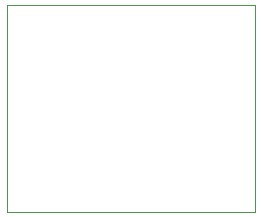
<source format=gm1>
%TF.GenerationSoftware,KiCad,Pcbnew,9.0.0*%
%TF.CreationDate,2025-09-23T13:08:56+01:00*%
%TF.ProjectId,ASCII_gerbersockets_test,41534349-495f-4676-9572-626572736f63,v0.3*%
%TF.SameCoordinates,PX501bd00PY47868c0*%
%TF.FileFunction,Profile,NP*%
%FSLAX46Y46*%
G04 Gerber Fmt 4.6, Leading zero omitted, Abs format (unit mm)*
G04 Created by KiCad (PCBNEW 9.0.0) date 2025-09-23 13:08:56*
%MOMM*%
%LPD*%
G01*
G04 APERTURE LIST*
%TA.AperFunction,Profile*%
%ADD10C,0.050000*%
%TD*%
G04 APERTURE END LIST*
D10*
X-6000000Y8750000D02*
X15000000Y8750000D01*
X15000000Y-8750000D01*
X-6000000Y-8750000D01*
X-6000000Y8750000D01*
M02*

</source>
